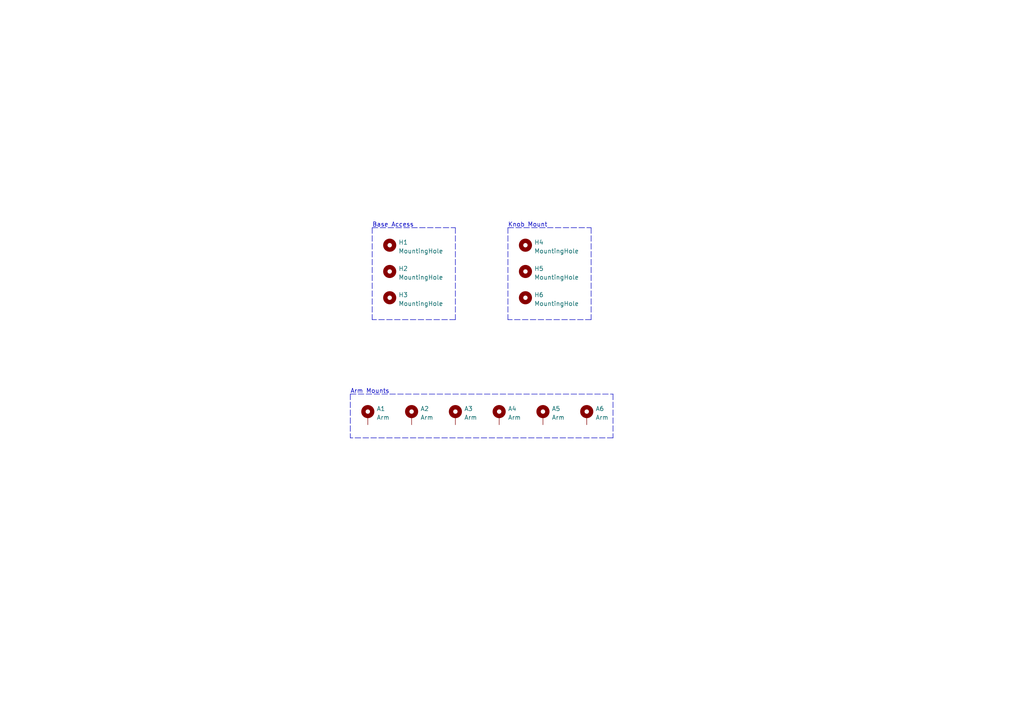
<source format=kicad_sch>
(kicad_sch (version 20211123) (generator eeschema)
  (paper "A4")
  (lib_symbols
    (symbol "Mechanical:MountingHole" (pin_names (offset 1.016))
      (property "Reference" "H" (at 0 5.08 0))
      (property "Value" "MountingHole" (at 0 3.175 0))
      (symbol "MountingHole_0_1"
        (circle (center 0 0) (radius 1.27) (stroke (width 1.27)))
      )
    )
    (symbol "Mechanical:MountingHole_Pad" (pin_numbers hide) (pin_names (offset 1.016) hide)
      (property "Reference" "H" (at 0 6.35 0))
      (property "Value" "MountingHole_Pad" (at 0 4.445 0))
      (symbol "MountingHole_Pad_0_1"
        (circle (center 0 1.27) (radius 1.27) (stroke (width 1.27)))
      )
      (symbol "MountingHole_Pad_1_1"
        (pin input line (at 0 -2.54 90) (length 2.54) (name "1") (number "1"))
      )
    )
  )
  (polyline (pts (xy 132.08 66.04) (xy 132.08 92.71)))
  (polyline (pts (xy 171.45 66.04) (xy 171.45 92.71)))
  (polyline (pts (xy 177.8 127) (xy 101.6 127)))
  (polyline (pts (xy 171.45 92.71) (xy 147.32 92.71)))
  (polyline (pts (xy 101.6 114.3) (xy 101.6 127)))
  (polyline (pts (xy 147.32 66.04) (xy 171.45 66.04)))
  (polyline (pts (xy 177.8 114.3) (xy 177.8 127)))
  (polyline (pts (xy 107.95 66.04) (xy 107.95 92.71)))
  (polyline (pts (xy 101.6 114.3) (xy 177.8 114.3)))
  (polyline (pts (xy 107.95 66.04) (xy 132.08 66.04)))
  (polyline (pts (xy 147.32 66.04) (xy 147.32 92.71)))
  (polyline (pts (xy 132.08 92.71) (xy 107.95 92.71)))
  (text "Knob Mount" (at 147.32 66.04 0) (effects (font (size 1.27 1.27)) (justify left bottom)))
  (text "Arm Mounts" (at 101.6 114.3 0) (effects (font (size 1.27 1.27)) (justify left bottom)))
  (text "Base Access" (at 107.95 66.04 0) (effects (font (size 1.27 1.27)) (justify left bottom)))
  (symbol (lib_id "Mechanical:MountingHole") (at 113.03 71.12 0) (unit 1)
    (property "Reference" "H1" (at 115.57 70.2853 0) (effects (justify left)))
    (property "Value" "MountingHole" (at 115.57 72.8222 0) (effects (justify left)))
    (property "Footprint" "MountingHole:MountingHole_6.4mm_M6" (effects hide))
  )
  (symbol (lib_id "Mechanical:MountingHole") (at 152.4 78.74 0) (unit 1)
    (property "Reference" "H5" (at 154.94 77.9053 0) (effects (justify left)))
    (property "Value" "MountingHole" (at 154.94 80.4422 0) (effects (justify left)))
    (property "Footprint" "proto:MountingHole_PEM_M3_Broaching_Nut" (effects hide))
  )
  (symbol (lib_id "Mechanical:MountingHole_Pad") (at 144.78 120.65 0) (unit 1)
    (property "Reference" "A4" (at 147.32 118.5453 0) (effects (justify left)))
    (property "Value" "Arm" (at 147.32 121.0822 0) (effects (justify left)))
    (property "Footprint" "proto:ArmPad" (effects hide))
  )
  (symbol (lib_id "Mechanical:MountingHole_Pad") (at 157.48 120.65 0) (unit 1)
    (property "Reference" "A5" (at 160.02 118.5453 0) (effects (justify left)))
    (property "Value" "Arm" (at 160.02 121.0822 0) (effects (justify left)))
    (property "Footprint" "proto:ArmPad" (effects hide))
  )
  (symbol (lib_id "Mechanical:MountingHole") (at 152.4 86.36 0) (unit 1)
    (property "Reference" "H6" (at 154.94 85.5253 0) (effects (justify left)))
    (property "Value" "MountingHole" (at 154.94 88.0622 0) (effects (justify left)))
    (property "Footprint" "proto:MountingHole_PEM_M3_Broaching_Nut" (effects hide))
  )
  (symbol (lib_id "Mechanical:MountingHole_Pad") (at 106.68 120.65 0) (unit 1)
    (property "Reference" "A1" (at 109.22 118.5453 0) (effects (justify left)))
    (property "Value" "Arm" (at 109.22 121.0822 0) (effects (justify left)))
    (property "Footprint" "proto:ArmPad" (effects hide))
  )
  (symbol (lib_id "Mechanical:MountingHole_Pad") (at 132.08 120.65 0) (unit 1)
    (property "Reference" "A3" (at 134.62 118.5453 0) (effects (justify left)))
    (property "Value" "Arm" (at 134.62 121.0822 0) (effects (justify left)))
    (property "Footprint" "proto:ArmPad" (effects hide))
  )
  (symbol (lib_id "Mechanical:MountingHole") (at 113.03 86.36 0) (unit 1)
    (property "Reference" "H3" (at 115.57 85.5253 0) (effects (justify left)))
    (property "Value" "MountingHole" (at 115.57 88.0622 0) (effects (justify left)))
    (property "Footprint" "MountingHole:MountingHole_6.4mm_M6" (effects hide))
  )
  (symbol (lib_id "Mechanical:MountingHole_Pad") (at 119.38 120.65 0) (unit 1)
    (property "Reference" "A2" (at 121.92 118.5453 0) (effects (justify left)))
    (property "Value" "Arm" (at 121.92 121.0822 0) (effects (justify left)))
    (property "Footprint" "proto:ArmPad" (effects hide))
  )
  (symbol (lib_id "Mechanical:MountingHole") (at 152.4 71.12 0) (unit 1)
    (property "Reference" "H4" (at 154.94 70.2853 0) (effects (justify left)))
    (property "Value" "MountingHole" (at 154.94 72.8222 0) (effects (justify left)))
    (property "Footprint" "proto:MountingHole_PEM_M3_Broaching_Nut" (effects hide))
  )
  (symbol (lib_id "Mechanical:MountingHole") (at 113.03 78.74 0) (unit 1)
    (property "Reference" "H2" (at 115.57 77.9053 0) (effects (justify left)))
    (property "Value" "MountingHole" (at 115.57 80.4422 0) (effects (justify left)))
    (property "Footprint" "MountingHole:MountingHole_6.4mm_M6" (effects hide))
  )
  (symbol (lib_id "Mechanical:MountingHole_Pad") (at 170.18 120.65 0) (unit 1)
    (property "Reference" "A6" (at 172.72 118.5453 0) (effects (justify left)))
    (property "Value" "Arm" (at 172.72 121.0822 0) (effects (justify left)))
    (property "Footprint" "proto:ArmPad" (effects hide))
  )
)
</source>
